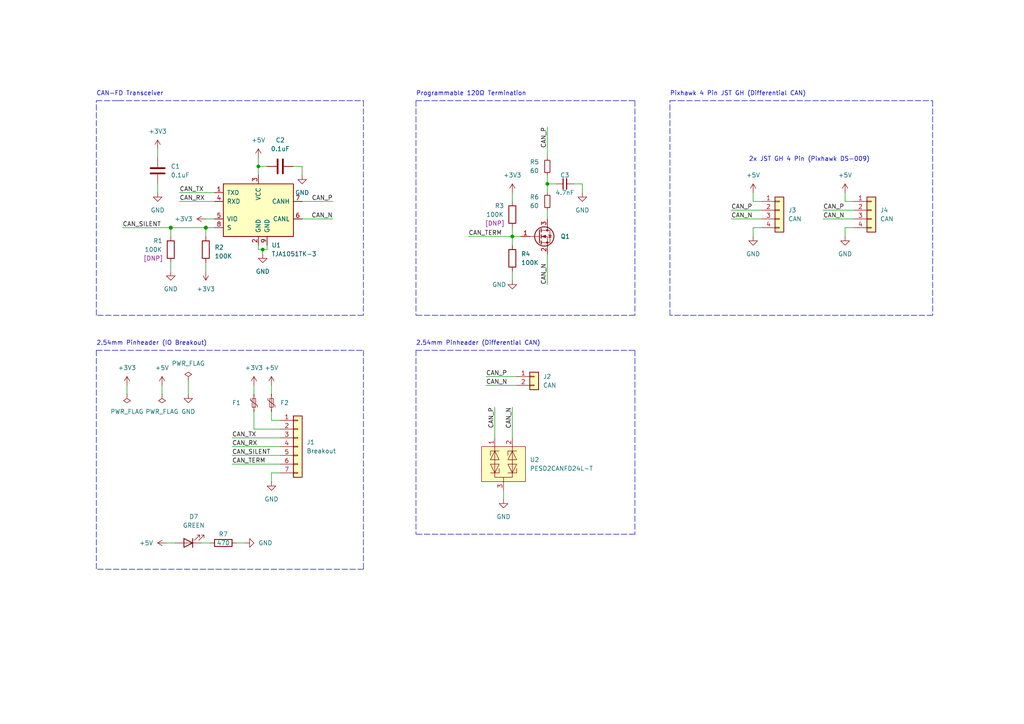
<source format=kicad_sch>
(kicad_sch (version 20211123) (generator eeschema)
  (paper "A4")
  (title_block (title "DS-009 CAN-FD Breakout Board") (date "2022-08-07") (rev "RC01") (company "Kalyan Sriram") (comment 1 "BRK-TJA1051TK") (comment 2 "NXP TJA1051TK/3 CAN-FD Transceiver") (comment 3 "DroneCAN") (comment 4 "Cyphal/CAN"))
  (lib_symbols
    (symbol "Connector_Generic:Conn_01x02" (pin_names (offset 1.016) hide)
      (property "Reference" "J" (at 0 2.54 0))
      (property "Value" "Conn_01x02" (at 0 -5.08 0))
      (symbol "Conn_01x02_1_1"
        (rectangle (start -1.27 -2.413) (end 0 -2.667) (stroke (width 0.1524)))
        (rectangle (start -1.27 0.127) (end 0 -0.127) (stroke (width 0.1524)))
        (rectangle (start -1.27 1.27) (end 1.27 -3.81) (stroke (width 0.254)) (fill (type background)))
        (pin passive line (at -5.08 0 0) (length 3.81) (name "Pin_1") (number "1"))
        (pin passive line (at -5.08 -2.54 0) (length 3.81) (name "Pin_2") (number "2"))
      )
    )
    (symbol "Connector_Generic:Conn_01x04" (pin_names (offset 1.016) hide)
      (property "Reference" "J" (at 0 5.08 0))
      (property "Value" "Conn_01x04" (at 0 -7.62 0))
      (symbol "Conn_01x04_1_1"
        (rectangle (start -1.27 -4.953) (end 0 -5.207) (stroke (width 0.1524)))
        (rectangle (start -1.27 -2.413) (end 0 -2.667) (stroke (width 0.1524)))
        (rectangle (start -1.27 0.127) (end 0 -0.127) (stroke (width 0.1524)))
        (rectangle (start -1.27 2.667) (end 0 2.413) (stroke (width 0.1524)))
        (rectangle (start -1.27 3.81) (end 1.27 -6.35) (stroke (width 0.254)) (fill (type background)))
        (pin passive line (at -5.08 2.54 0) (length 3.81) (name "Pin_1") (number "1"))
        (pin passive line (at -5.08 0 0) (length 3.81) (name "Pin_2") (number "2"))
        (pin passive line (at -5.08 -2.54 0) (length 3.81) (name "Pin_3") (number "3"))
        (pin passive line (at -5.08 -5.08 0) (length 3.81) (name "Pin_4") (number "4"))
      )
    )
    (symbol "Connector_Generic:Conn_01x07" (pin_names (offset 1.016) hide)
      (property "Reference" "J" (at 0 10.16 0))
      (property "Value" "Conn_01x07" (at 0 -10.16 0))
      (symbol "Conn_01x07_1_1"
        (rectangle (start -1.27 -7.493) (end 0 -7.747) (stroke (width 0.1524)))
        (rectangle (start -1.27 -4.953) (end 0 -5.207) (stroke (width 0.1524)))
        (rectangle (start -1.27 -2.413) (end 0 -2.667) (stroke (width 0.1524)))
        (rectangle (start -1.27 0.127) (end 0 -0.127) (stroke (width 0.1524)))
        (rectangle (start -1.27 2.667) (end 0 2.413) (stroke (width 0.1524)))
        (rectangle (start -1.27 5.207) (end 0 4.953) (stroke (width 0.1524)))
        (rectangle (start -1.27 7.747) (end 0 7.493) (stroke (width 0.1524)))
        (rectangle (start -1.27 8.89) (end 1.27 -8.89) (stroke (width 0.254)) (fill (type background)))
        (pin passive line (at -5.08 7.62 0) (length 3.81) (name "Pin_1") (number "1"))
        (pin passive line (at -5.08 5.08 0) (length 3.81) (name "Pin_2") (number "2"))
        (pin passive line (at -5.08 2.54 0) (length 3.81) (name "Pin_3") (number "3"))
        (pin passive line (at -5.08 0 0) (length 3.81) (name "Pin_4") (number "4"))
        (pin passive line (at -5.08 -2.54 0) (length 3.81) (name "Pin_5") (number "5"))
        (pin passive line (at -5.08 -5.08 0) (length 3.81) (name "Pin_6") (number "6"))
        (pin passive line (at -5.08 -7.62 0) (length 3.81) (name "Pin_7") (number "7"))
      )
    )
    (symbol "Device:C" (pin_numbers hide) (pin_names (offset 0.254))
      (property "Reference" "C" (at 0.635 2.54 0))
      (property "Value" "C" (at 0.635 -2.54 0))
      (symbol "C_0_1"
        (polyline (pts (xy -2.032 -0.762) (xy 2.032 -0.762)) (stroke (width 0.508)))
        (polyline (pts (xy -2.032 0.762) (xy 2.032 0.762)) (stroke (width 0.508)))
      )
      (symbol "C_1_1"
        (pin passive line (at 0 3.81 270) (length 2.794) (name "~") (number "1"))
        (pin passive line (at 0 -3.81 90) (length 2.794) (name "~") (number "2"))
      )
    )
    (symbol "Device:C_Small" (pin_numbers hide) (pin_names (offset 0.254) hide)
      (property "Reference" "C" (at 0.254 1.778 0))
      (property "Value" "C_Small" (at 0.254 -2.032 0))
      (symbol "C_Small_0_1"
        (polyline (pts (xy -1.524 -0.508) (xy 1.524 -0.508)) (stroke (width 0.3302)))
        (polyline (pts (xy -1.524 0.508) (xy 1.524 0.508)) (stroke (width 0.3048)))
      )
      (symbol "C_Small_1_1"
        (pin passive line (at 0 2.54 270) (length 2.032) (name "~") (number "1"))
        (pin passive line (at 0 -2.54 90) (length 2.032) (name "~") (number "2"))
      )
    )
    (symbol "Device:LED" (pin_numbers hide) (pin_names (offset 1.016) hide)
      (property "Reference" "D" (at 0 2.54 0))
      (property "Value" "LED" (at 0 -2.54 0))
      (symbol "LED_0_1"
        (polyline (pts (xy -1.27 -1.27) (xy -1.27 1.27)) (stroke (width 0.254)))
        (polyline (pts (xy -1.27 0) (xy 1.27 0)))
        (polyline (pts (xy 1.27 -1.27) (xy 1.27 1.27) (xy -1.27 0) (xy 1.27 -1.27)) (stroke (width 0.254)))
        (polyline (pts (xy -3.048 -0.762) (xy -4.572 -2.286) (xy -3.81 -2.286) (xy -4.572 -2.286) (xy -4.572 -1.524)))
        (polyline (pts (xy -1.778 -0.762) (xy -3.302 -2.286) (xy -2.54 -2.286) (xy -3.302 -2.286) (xy -3.302 -1.524)))
      )
      (symbol "LED_1_1"
        (pin passive line (at -3.81 0 0) (length 2.54) (name "K") (number "1"))
        (pin passive line (at 3.81 0 180) (length 2.54) (name "A") (number "2"))
      )
    )
    (symbol "Device:Polyfuse_Small" (pin_numbers hide) (pin_names (offset 0))
      (property "Reference" "F" (at -1.905 0 90))
      (property "Value" "Polyfuse_Small" (at 1.905 0 90))
      (symbol "Polyfuse_Small_0_1"
        (rectangle (start -0.508 1.27) (end 0.508 -1.27))
        (polyline (pts (xy 0 2.54) (xy 0 -2.54)))
        (polyline (pts (xy -1.016 1.27) (xy -1.016 0.762) (xy 1.016 -0.762) (xy 1.016 -1.27)))
      )
      (symbol "Polyfuse_Small_1_1"
        (pin passive line (at 0 2.54 270) (length 0.635) (name "~") (number "1"))
        (pin passive line (at 0 -2.54 90) (length 0.635) (name "~") (number "2"))
      )
    )
    (symbol "Device:Q_NMOS_GSD" (pin_names (offset 0) hide)
      (property "Reference" "Q" (at 5.08 1.27 0))
      (property "Value" "Q_NMOS_GSD" (at 5.08 -1.27 0))
      (symbol "Q_NMOS_GSD_0_1"
        (polyline (pts (xy 0.254 0) (xy -2.54 0)))
        (polyline (pts (xy 0.254 1.905) (xy 0.254 -1.905)) (stroke (width 0.254)))
        (polyline (pts (xy 0.762 -1.27) (xy 0.762 -2.286)) (stroke (width 0.254)))
        (polyline (pts (xy 0.762 0.508) (xy 0.762 -0.508)) (stroke (width 0.254)))
        (polyline (pts (xy 0.762 2.286) (xy 0.762 1.27)) (stroke (width 0.254)))
        (polyline (pts (xy 2.54 2.54) (xy 2.54 1.778)))
        (polyline (pts (xy 2.54 -2.54) (xy 2.54 0) (xy 0.762 0)))
        (polyline (pts (xy 0.762 -1.778) (xy 3.302 -1.778) (xy 3.302 1.778) (xy 0.762 1.778)))
        (polyline (pts (xy 1.016 0) (xy 2.032 0.381) (xy 2.032 -0.381) (xy 1.016 0)) (fill (type outline)))
        (polyline (pts (xy 2.794 0.508) (xy 2.921 0.381) (xy 3.683 0.381) (xy 3.81 0.254)))
        (polyline (pts (xy 3.302 0.381) (xy 2.921 -0.254) (xy 3.683 -0.254) (xy 3.302 0.381)))
        (circle (center 1.651 0) (radius 2.794) (stroke (width 0.254)))
        (circle (center 2.54 -1.778) (radius 0.254) (fill (type outline)))
        (circle (center 2.54 1.778) (radius 0.254) (fill (type outline)))
      )
      (symbol "Q_NMOS_GSD_1_1"
        (pin input line (at -5.08 0 0) (length 2.54) (name "G") (number "1"))
        (pin passive line (at 2.54 -5.08 90) (length 2.54) (name "S") (number "2"))
        (pin passive line (at 2.54 5.08 270) (length 2.54) (name "D") (number "3"))
      )
    )
    (symbol "Device:R" (pin_numbers hide) (pin_names (offset 0))
      (property "Reference" "R" (at 2.032 0 90))
      (property "Value" "R" (at 0 0 90))
      (symbol "R_0_1"
        (rectangle (start -1.016 -2.54) (end 1.016 2.54) (stroke (width 0.254)))
      )
      (symbol "R_1_1"
        (pin passive line (at 0 3.81 270) (length 1.27) (name "~") (number "1"))
        (pin passive line (at 0 -3.81 90) (length 1.27) (name "~") (number "2"))
      )
    )
    (symbol "Device:R_Small" (pin_numbers hide) (pin_names (offset 0.254) hide)
      (property "Reference" "R" (at 0.762 0.508 0))
      (property "Value" "R_Small" (at 0.762 -1.016 0))
      (symbol "R_Small_0_1"
        (rectangle (start -0.762 1.778) (end 0.762 -1.778) (stroke (width 0.2032)))
      )
      (symbol "R_Small_1_1"
        (pin passive line (at 0 2.54 270) (length 0.762) (name "~") (number "1"))
        (pin passive line (at 0 -2.54 90) (length 0.762) (name "~") (number "2"))
      )
    )
    (symbol "Interface_CAN_LIN:TJA1051TK-3" (pin_names (offset 1.016))
      (property "Reference" "U" (at -10.16 8.89 0))
      (property "Value" "TJA1051TK-3" (at 1.27 8.89 0))
      (symbol "TJA1051TK-3_0_1"
        (rectangle (start -10.16 7.62) (end 10.16 -7.62) (stroke (width 0.254)) (fill (type background)))
      )
      (symbol "TJA1051TK-3_1_1"
        (pin input line (at -12.7 5.08 0) (length 2.54) (name "TXD") (number "1"))
        (pin power_in line (at 0 -10.16 90) (length 2.54) (name "GND") (number "2"))
        (pin power_in line (at 0 10.16 270) (length 2.54) (name "VCC") (number "3"))
        (pin output line (at -12.7 2.54 0) (length 2.54) (name "RXD") (number "4"))
        (pin power_in line (at -12.7 -2.54 0) (length 2.54) (name "VIO") (number "5"))
        (pin bidirectional line (at 12.7 -2.54 180) (length 2.54) (name "CANL") (number "6"))
        (pin bidirectional line (at 12.7 2.54 180) (length 2.54) (name "CANH") (number "7"))
        (pin input line (at -12.7 -5.08 0) (length 2.54) (name "S") (number "8"))
        (pin power_in line (at 2.54 -10.16 90) (length 2.54) (name "GND") (number "9"))
      )
    )
    (symbol "PESD2CANFD:PESD2CANFD24L-T"
      (property "Reference" "U" (at 5.08 8.89 0))
      (property "Value" "PESD2CANFD24L-T" (at 12.7 6.35 0))
      (symbol "PESD2CANFD24L-T_0_1"
        (rectangle (start -6.35 5.08) (end 6.35 -5.08) (stroke (width 0.1524)) (fill (type background)))
        (polyline (pts (xy 0 -5.08) (xy 0 -3.81)) (stroke (width 0.1524)))
        (polyline (pts (xy -3.81 -2.54) (xy -1.27 -2.54) (xy -1.27 -1.27)) (stroke (width 0.1524)))
        (polyline (pts (xy -2.54 5.08) (xy -2.54 -3.81) (xy 0 -3.81)) (stroke (width 0.1524)))
        (polyline (pts (xy -1.27 3.81) (xy -3.81 3.81) (xy -3.81 2.54)) (stroke (width 0.1524)))
        (polyline (pts (xy 1.27 -2.54) (xy 3.81 -2.54) (xy 3.81 -1.27)) (stroke (width 0.1524)))
        (polyline (pts (xy 2.54 5.08) (xy 2.54 -3.81) (xy 0 -3.81)) (stroke (width 0.1524)))
        (polyline (pts (xy 3.81 3.81) (xy 1.27 3.81) (xy 1.27 2.54)) (stroke (width 0.1524)))
        (polyline (pts (xy -3.81 1.27) (xy -2.54 3.81) (xy -1.27 1.27) (xy -3.81 1.27)) (stroke (width 0.1524)))
        (polyline (pts (xy -1.27 0) (xy -2.54 -2.54) (xy -3.81 0) (xy -1.27 0)) (stroke (width 0.1524)))
        (polyline (pts (xy 1.27 1.27) (xy 2.54 3.81) (xy 3.81 1.27) (xy 1.27 1.27)) (stroke (width 0.1524)))
        (polyline (pts (xy 3.81 0) (xy 2.54 -2.54) (xy 1.27 0) (xy 3.81 0)) (stroke (width 0.1524)))
      )
      (symbol "PESD2CANFD24L-T_1_1"
        (pin bidirectional line (at -2.54 7.62 270) (length 2.54) (name "") (number "1"))
        (pin bidirectional line (at 2.54 7.62 270) (length 2.54) (name "") (number "2"))
        (pin power_in line (at 0 -7.62 90) (length 2.54) (name "") (number "3"))
      )
    )
    (symbol "power:+3V3" (power) (pin_names (offset 0))
      (property "Value" "+3V3" (at 0 3.556 0))
      (symbol "+3V3_0_1"
        (polyline (pts (xy -0.762 1.27) (xy 0 2.54)))
        (polyline (pts (xy 0 0) (xy 0 2.54)))
        (polyline (pts (xy 0 2.54) (xy 0.762 1.27)))
      )
      (symbol "+3V3_1_1"
        (pin power_in line (at 0 0 90) (length 0) hide (name "+3V3") (number "1"))
      )
    )
    (symbol "power:+5V" (power) (pin_names (offset 0))
      (property "Value" "+5V" (at 0 3.556 0))
      (symbol "+5V_0_1"
        (polyline (pts (xy -0.762 1.27) (xy 0 2.54)))
        (polyline (pts (xy 0 0) (xy 0 2.54)))
        (polyline (pts (xy 0 2.54) (xy 0.762 1.27)))
      )
      (symbol "+5V_1_1"
        (pin power_in line (at 0 0 90) (length 0) hide (name "+5V") (number "1"))
      )
    )
    (symbol "power:GND" (power) (pin_names (offset 0))
      (property "Value" "GND" (at 0 -3.81 0))
      (symbol "GND_0_1"
        (polyline (pts (xy 0 0) (xy 0 -1.27) (xy 1.27 -1.27) (xy 0 -2.54) (xy -1.27 -1.27) (xy 0 -1.27)))
      )
      (symbol "GND_1_1"
        (pin power_in line (at 0 0 270) (length 0) hide (name "GND") (number "1"))
      )
    )
    (symbol "power:PWR_FLAG" (power) (pin_numbers hide) (pin_names (offset 0) hide)
      (property "Value" "PWR_FLAG" (at 0 3.81 0))
      (symbol "PWR_FLAG_0_0"
        (pin power_out line (at 0 0 90) (length 0) (name "pwr") (number "1"))
      )
      (symbol "PWR_FLAG_0_1"
        (polyline (pts (xy 0 0) (xy 0 1.27) (xy -1.016 1.905) (xy 0 2.54) (xy 1.016 1.905) (xy 0 1.27)))
      )
    )
  )
  (junction (at 74.93 48.26))
  (junction (at 59.69 66.04) (diameter 1.016))
  (junction (at 158.75 53.34))
  (junction (at 76.2 72.39))
  (junction (at 148.59 68.58))
  (junction (at 49.53 66.04) (diameter 1.016))
  (wire (pts (xy 45.72 53.34) (xy 45.72 55.88)))
  (polyline (pts (xy 194.31 29.21) (xy 196.85 29.21)))
  (wire (pts (xy 158.75 53.34) (xy 161.29 53.34)))
  (wire (pts (xy 74.93 48.26) (xy 77.47 48.26)))
  (wire (pts (xy 58.42 157.48) (xy 60.96 157.48)))
  (wire (pts (xy 59.69 63.5) (xy 62.23 63.5)))
  (wire (pts (xy 36.83 111.76) (xy 36.83 114.3)))
  (polyline (pts (xy 105.41 165.1) (xy 27.94 165.1)))
  (wire (pts (xy 158.75 36.83) (xy 158.75 45.72)))
  (wire (pts (xy 48.26 157.48) (xy 50.8 157.48)))
  (wire (pts (xy 52.07 58.42) (xy 62.23 58.42)))
  (wire (pts (xy 74.93 72.39) (xy 76.2 72.39)))
  (wire (pts (xy 45.72 43.18) (xy 45.72 45.72)))
  (wire (pts (xy 245.11 58.42) (xy 247.65 58.42)))
  (wire (pts (xy 59.69 68.58) (xy 59.69 66.04)))
  (wire (pts (xy 59.69 76.2) (xy 59.69 78.74)))
  (wire (pts (xy 238.76 63.5) (xy 247.65 63.5)))
  (wire (pts (xy 148.59 118.11) (xy 148.59 127)))
  (wire (pts (xy 87.63 63.5) (xy 96.52 63.5)))
  (polyline (pts (xy 34.29 29.21) (xy 105.41 29.21)))
  (wire (pts (xy 218.44 66.04) (xy 220.98 66.04)))
  (wire (pts (xy 54.61 110.49) (xy 54.61 114.3)))
  (wire (pts (xy 218.44 68.58) (xy 218.44 66.04)))
  (wire (pts (xy 74.93 48.26) (xy 74.93 50.8)))
  (wire (pts (xy 67.31 132.08) (xy 81.28 132.08)))
  (wire (pts (xy 218.44 55.88) (xy 218.44 58.42)))
  (polyline (pts (xy 27.94 101.6) (xy 27.94 165.1)))
  (wire (pts (xy 76.2 72.39) (xy 76.2 73.66)))
  (polyline (pts (xy 194.31 91.44) (xy 194.31 29.21)))
  (polyline (pts (xy 270.51 91.44) (xy 194.31 91.44)))
  (wire (pts (xy 158.75 73.66) (xy 158.75 82.55)))
  (wire (pts (xy 78.74 119.38) (xy 78.74 121.92)))
  (wire (pts (xy 238.76 60.96) (xy 247.65 60.96)))
  (polyline (pts (xy 184.15 154.94) (xy 120.65 154.94)))
  (wire (pts (xy 140.97 111.76) (xy 149.86 111.76)))
  (wire (pts (xy 148.59 68.58) (xy 148.59 71.12)))
  (wire (pts (xy 87.63 50.8) (xy 87.63 48.26)))
  (polyline (pts (xy 105.41 91.44) (xy 27.94 91.44)))
  (wire (pts (xy 74.93 71.12) (xy 74.93 72.39)))
  (wire (pts (xy 73.66 111.76) (xy 73.66 114.3)))
  (polyline (pts (xy 120.65 101.6) (xy 184.15 101.6)))
  (wire (pts (xy 78.74 137.16) (xy 78.74 139.7)))
  (wire (pts (xy 78.74 111.76) (xy 78.74 114.3)))
  (polyline (pts (xy 105.41 29.21) (xy 105.41 91.44)))
  (wire (pts (xy 140.97 109.22) (xy 149.86 109.22)))
  (polyline (pts (xy 184.15 91.44) (xy 120.65 91.44)))
  (wire (pts (xy 81.28 124.46) (xy 73.66 124.46)))
  (wire (pts (xy 78.74 121.92) (xy 81.28 121.92)))
  (polyline (pts (xy 270.51 29.21) (xy 270.51 91.44)))
  (wire (pts (xy 148.59 55.88) (xy 148.59 58.42)))
  (wire (pts (xy 67.31 129.54) (xy 81.28 129.54)))
  (wire (pts (xy 218.44 58.42) (xy 220.98 58.42)))
  (wire (pts (xy 35.56 66.04) (xy 49.53 66.04)))
  (wire (pts (xy 212.09 60.96) (xy 220.98 60.96)))
  (wire (pts (xy 46.99 111.76) (xy 46.99 114.3)))
  (wire (pts (xy 87.63 48.26) (xy 85.09 48.26)))
  (wire (pts (xy 168.91 53.34) (xy 168.91 55.88)))
  (polyline (pts (xy 120.65 29.21) (xy 184.15 29.21)))
  (polyline (pts (xy 184.15 29.21) (xy 184.15 91.44)))
  (wire (pts (xy 67.31 134.62) (xy 81.28 134.62)))
  (wire (pts (xy 68.58 157.48) (xy 71.12 157.48)))
  (wire (pts (xy 212.09 63.5) (xy 220.98 63.5)))
  (wire (pts (xy 158.75 50.8) (xy 158.75 53.34)))
  (wire (pts (xy 146.05 142.24) (xy 146.05 144.78)))
  (wire (pts (xy 245.11 55.88) (xy 245.11 58.42)))
  (wire (pts (xy 245.11 66.04) (xy 247.65 66.04)))
  (wire (pts (xy 81.28 137.16) (xy 78.74 137.16)))
  (polyline (pts (xy 184.15 101.6) (xy 184.15 154.94)))
  (wire (pts (xy 158.75 53.34) (xy 158.75 55.88)))
  (wire (pts (xy 52.07 55.88) (xy 62.23 55.88)))
  (polyline (pts (xy 27.94 101.6) (xy 105.41 101.6)))
  (wire (pts (xy 135.89 68.58) (xy 148.59 68.58)))
  (polyline (pts (xy 196.85 29.21) (xy 270.51 29.21)))
  (wire (pts (xy 67.31 127) (xy 81.28 127)))
  (wire (pts (xy 76.2 72.39) (xy 77.47 72.39)))
  (wire (pts (xy 148.59 66.04) (xy 148.59 68.58)))
  (polyline (pts (xy 27.94 29.21) (xy 34.29 29.21)))
  (wire (pts (xy 148.59 78.74) (xy 148.59 81.28)))
  (polyline (pts (xy 120.65 29.21) (xy 120.65 91.44)))
  (wire (pts (xy 49.53 76.2) (xy 49.53 78.74)))
  (wire (pts (xy 49.53 66.04) (xy 59.69 66.04)))
  (wire (pts (xy 59.69 66.04) (xy 62.23 66.04)))
  (polyline (pts (xy 120.65 101.6) (xy 120.65 154.94)))
  (wire (pts (xy 158.75 60.96) (xy 158.75 63.5)))
  (wire (pts (xy 77.47 72.39) (xy 77.47 71.12)))
  (wire (pts (xy 87.63 58.42) (xy 96.52 58.42)))
  (wire (pts (xy 166.37 53.34) (xy 168.91 53.34)))
  (polyline (pts (xy 105.41 101.6) (xy 105.41 165.1)))
  (wire (pts (xy 49.53 66.04) (xy 49.53 68.58)))
  (wire (pts (xy 143.51 118.11) (xy 143.51 127)))
  (wire (pts (xy 74.93 45.72) (xy 74.93 48.26)))
  (wire (pts (xy 245.11 68.58) (xy 245.11 66.04)))
  (wire (pts (xy 148.59 68.58) (xy 151.13 68.58)))
  (polyline (pts (xy 27.94 91.44) (xy 27.94 29.21)))
  (wire (pts (xy 73.66 124.46) (xy 73.66 119.38)))
  (text "2.54mm Pinheader (Differential CAN)" (at 120.65 100.33 0) (effects (font (size 1.27 1.27)) (justify left bottom)))
  (text "Pixhawk 4 Pin JST GH (Differential CAN)" (at 194.31 27.94 0) (effects (font (size 1.27 1.27)) (justify left bottom)))
  (text "Programmable 120Ω Termination" (at 120.65 27.94 0) (effects (font (size 1.27 1.27)) (justify left bottom)))
  (text "2x JST GH 4 Pin (Pixhawk DS-009)" (at 217.17 46.99 0) (effects (font (size 1.27 1.27)) (justify left bottom)))
  (text "CAN-FD Transceiver" (at 27.94 27.94 0) (effects (font (size 1.27 1.27)) (justify left bottom)))
  (text "2.54mm Pinheader (IO Breakout)" (at 27.94 100.33 0) (effects (font (size 1.27 1.27)) (justify left bottom)))
  (label "CAN_RX" (at 52.07 58.42 0))
  (label "CAN_SILENT" (at 35.56 66.04 0))
  (label "CAN_N" (at 148.59 118.11 270))
  (label "CAN_P" (at 140.97 109.22 0))
  (label "CAN_TX" (at 67.31 127 0))
  (label "CAN_N" (at 140.97 111.76 0))
  (label "CAN_TERM" (at 135.89 68.58 0))
  (label "CAN_N" (at 96.52 63.5 180))
  (label "CAN_P" (at 143.51 118.11 270))
  (label "CAN_N" (at 238.76 63.5 0))
  (label "CAN_P" (at 238.76 60.96 0))
  (label "CAN_P" (at 96.52 58.42 180))
  (label "CAN_SILENT" (at 67.31 132.08 0))
  (label "CAN_TX" (at 52.07 55.88 0))
  (label "CAN_N" (at 212.09 63.5 0))
  (label "CAN_P" (at 212.09 60.96 0))
  (label "CAN_N" (at 158.75 82.55 90))
  (label "CAN_RX" (at 67.31 129.54 0))
  (label "CAN_TERM" (at 67.31 134.62 0))
  (label "CAN_P" (at 158.75 36.83 270))
  (symbol (lib_id "power:+5V") (at 78.74 111.76 0) (unit 1)
    (property "Reference" "#PWR03" (effects hide))
    (property "Value" "+5V" (at 78.74 106.68 0))
  )
  (symbol (lib_id "power:+3V3") (at 45.72 43.18 0) (unit 1)
    (property "Reference" "#PWR05" (effects hide))
    (property "Value" "+3V3" (at 45.72 38.1 0))
  )
  (symbol (lib_id "Device:Q_NMOS_GSD") (at 156.21 68.58 0) (unit 1)
    (property "Reference" "Q1" (at 162.56 68.5799 0) (effects (justify left)))
    (property "Value" "Q_NMOS_GSD" (effects hide))
    (property "Footprint" "Package_TO_SOT_SMD:SOT-23" (effects hide))
    (property "LCSC" "C8545" (effects hide))
  )
  (symbol (lib_id "power:+5V") (at 218.44 55.88 0) (unit 1)
    (property "Reference" "#PWR016" (effects hide))
    (property "Value" "+5V" (at 218.44 50.8 0))
  )
  (symbol (lib_id "Device:Polyfuse_Small") (at 78.74 116.84 0) (unit 1)
    (property "Reference" "F2" (at 81.28 116.8399 0) (effects (justify left)))
    (property "Value" "Polyfuse_Small" (effects hide))
    (property "Footprint" "Fuse:Fuse_0805_2012Metric" (effects hide))
    (property "LCSC" "C341812" (effects hide))
  )
  (symbol (lib_id "power:+5V") (at 48.26 157.48 90) (unit 1)
    (property "Reference" "#PWR022" (effects hide))
    (property "Value" "+5V" (at 44.45 157.4799 90) (effects (justify left)))
  )
  (symbol (lib_id "Device:LED") (at 54.61 157.48 180) (unit 1)
    (property "Reference" "D7" (at 56.1975 149.86 0))
    (property "Value" "GREEN" (at 56.1975 152.4 0))
    (property "Footprint" "LED_SMD:LED_0603_1608Metric" (effects hide))
    (property "LCSC" "C72043" (effects hide))
  )
  (symbol (lib_id "Device:C") (at 45.72 49.53 0) (unit 1)
    (property "Reference" "C1" (at 49.53 48.2599 0) (effects (justify left)))
    (property "Value" "0.1uF" (at 49.53 50.7999 0) (effects (justify left)))
    (property "Footprint" "Capacitor_SMD:C_0402_1005Metric" (effects hide))
    (property "LCSC" "C1525" (effects hide))
  )
  (symbol (lib_id "power:+3V3") (at 59.69 63.5 90) (unit 1)
    (property "Reference" "#PWR08" (effects hide))
    (property "Value" "+3V3" (at 55.88 63.4999 90) (effects (justify left)))
  )
  (symbol (lib_id "Device:R") (at 148.59 74.93 0) (unit 1)
    (property "Reference" "R4" (at 151.13 73.6599 0) (effects (justify left)))
    (property "Value" "100K" (at 151.13 76.1999 0) (effects (justify left)))
    (property "Footprint" "Resistor_SMD:R_0402_1005Metric" (effects hide))
    (property "LCSC" "C25741" (effects hide))
  )
  (symbol (lib_id "Device:R") (at 148.59 62.23 0) (unit 1)
    (property "Reference" "R3" (at 143.51 59.69 0) (effects (justify left)))
    (property "Value" "100K" (at 140.97 62.23 0) (effects (justify left)))
    (property "Footprint" "Resistor_SMD:R_0402_1005Metric" (effects hide))
    (property "DNP" "[DNP]" (at 143.51 64.77 0))
    (property "LCSC" "C25741" (effects hide))
  )
  (symbol (lib_id "Device:C_Small") (at 163.83 53.34 90) (unit 1)
    (property "Reference" "C3" (at 163.83 50.8 90))
    (property "Value" "4.7nF" (at 163.83 55.88 90))
    (property "Footprint" "Capacitor_SMD:C_0402_1005Metric" (effects hide))
    (property "LCSC" "C1538" (effects hide))
  )
  (symbol (lib_id "power:+5V") (at 245.11 55.88 0) (unit 1)
    (property "Reference" "#PWR018" (effects hide))
    (property "Value" "+5V" (at 245.11 50.8 0))
  )
  (symbol (lib_id "Device:R_Small") (at 158.75 58.42 0) (unit 1)
    (property "Reference" "R6" (at 153.67 57.15 0) (effects (justify left)))
    (property "Value" "60" (at 153.67 59.69 0) (effects (justify left)))
    (property "Footprint" "Resistor_SMD:R_0402_1005Metric" (effects hide))
    (property "LCSC" "C2960873" (effects hide))
  )
  (symbol (lib_id "power:GND") (at 76.2 73.66 0) (unit 1)
    (property "Reference" "#PWR013" (effects hide))
    (property "Value" "GND" (at 76.2 78.74 0))
  )
  (symbol (lib_id "Connector_Generic:Conn_01x02") (at 154.94 109.22 0) (unit 1)
    (property "Reference" "J2" (at 157.48 109.2199 0) (effects (justify left)))
    (property "Value" "CAN" (at 157.48 111.7599 0) (effects (justify left)))
    (property "Footprint" "Connector_PinHeader_2.54mm:PinHeader_1x02_P2.54mm_Vertical" (effects hide))
  )
  (symbol (lib_id "power:PWR_FLAG") (at 36.83 114.3 180) (unit 1)
    (property "Reference" "#FLG01" (effects hide))
    (property "Value" "PWR_FLAG" (at 36.83 119.38 0))
  )
  (symbol (lib_id "power:+3V3") (at 36.83 111.76 0) (unit 1)
    (property "Reference" "#PWR020" (effects hide))
    (property "Value" "+3V3" (at 36.83 106.68 0))
  )
  (symbol (lib_id "power:GND") (at 54.61 114.3 0) (unit 1)
    (property "Reference" "#PWR025" (effects hide))
    (property "Value" "GND" (at 54.61 119.38 0))
  )
  (symbol (lib_id "Connector_Generic:Conn_01x04") (at 252.73 60.96 0) (unit 1)
    (property "Reference" "J4" (at 255.27 60.9599 0) (effects (justify left)))
    (property "Value" "CAN" (at 255.27 63.4999 0) (effects (justify left)))
    (property "Footprint" "Connector_JST:JST_GH_SM04B-GHS-TB_1x04-1MP_P1.25mm_Horizontal" (effects hide))
    (property "LCSC" "C189895" (effects hide))
  )
  (symbol (lib_id "power:GND") (at 87.63 50.8 0) (unit 1)
    (property "Reference" "#PWR014" (effects hide))
    (property "Value" "GND" (at 87.63 55.88 0))
  )
  (symbol (lib_id "Device:R") (at 64.77 157.48 90) (unit 1)
    (property "Reference" "R7" (at 64.77 154.94 90))
    (property "Value" "470" (at 64.77 157.48 90))
    (property "Footprint" "Resistor_SMD:R_0402_1005Metric" (effects hide))
    (property "LCSC" "C25117" (effects hide))
  )
  (symbol (lib_id "Device:C") (at 81.28 48.26 90) (unit 1)
    (property "Reference" "C2" (at 81.28 40.64 90))
    (property "Value" "0.1uF" (at 81.28 43.18 90))
    (property "Footprint" "Capacitor_SMD:C_0402_1005Metric" (effects hide))
    (property "LCSC" "C1525" (effects hide))
  )
  (symbol (lib_id "power:GND") (at 45.72 55.88 0) (unit 1)
    (property "Reference" "#PWR06" (effects hide))
    (property "Value" "GND" (at 45.72 60.96 0))
  )
  (symbol (lib_id "power:GND") (at 71.12 157.48 90) (unit 1)
    (property "Reference" "#PWR023" (effects hide))
    (property "Value" "GND" (at 74.93 157.4799 90) (effects (justify right)))
  )
  (symbol (lib_id "power:+3V3") (at 73.66 111.76 0) (unit 1)
    (property "Reference" "#PWR02" (effects hide))
    (property "Value" "+3V3" (at 73.66 106.68 0))
  )
  (symbol (lib_id "Interface_CAN_LIN:TJA1051TK-3") (at 74.93 60.96 0) (unit 1)
    (property "Reference" "U1" (at 78.74 71.12 0) (effects (justify left)))
    (property "Value" "TJA1051TK-3" (at 78.74 73.66 0) (effects (justify left)))
    (property "Footprint" "Package_DFN_QFN:DFN-8-1EP_3x3mm_P0.65mm_EP1.55x2.4mm" (effects hide))
    (property "Datasheet" "http://www.nxp.com/documents/data_sheet/TJA1051.pdf" (effects hide))
    (property "LCSC" "C124020" (effects hide))
  )
  (symbol (lib_id "Connector_Generic:Conn_01x04") (at 226.06 60.96 0) (unit 1)
    (property "Reference" "J3" (at 228.6 60.9599 0) (effects (justify left)))
    (property "Value" "CAN" (at 228.6 63.4999 0) (effects (justify left)))
    (property "Footprint" "Connector_JST:JST_GH_SM04B-GHS-TB_1x04-1MP_P1.25mm_Horizontal" (effects hide))
    (property "LCSC" "C189895" (effects hide))
  )
  (symbol (lib_id "power:GND") (at 78.74 139.7 0) (unit 1)
    (property "Reference" "#PWR04" (effects hide))
    (property "Value" "GND" (at 78.74 144.78 0))
  )
  (symbol (lib_id "power:PWR_FLAG") (at 46.99 114.3 180) (unit 1)
    (property "Reference" "#FLG02" (effects hide))
    (property "Value" "PWR_FLAG" (at 46.99 119.38 0))
  )
  (symbol (lib_id "Device:R_Small") (at 158.75 48.26 0) (unit 1)
    (property "Reference" "R5" (at 153.67 46.99 0) (effects (justify left)))
    (property "Value" "60" (at 153.67 49.53 0) (effects (justify left)))
    (property "Footprint" "Resistor_SMD:R_0402_1005Metric" (effects hide))
    (property "LCSC" "C2960873" (effects hide))
  )
  (symbol (lib_id "Device:R") (at 49.53 72.39 0) (unit 1)
    (property "Reference" "R1" (at 44.45 69.85 0) (effects (justify left)))
    (property "Value" "100K" (at 41.91 72.39 0) (effects (justify left)))
    (property "Footprint" "Resistor_SMD:R_0402_1005Metric" (effects hide))
    (property "DNP" "[DNP]" (at 44.45 74.93 0))
    (property "LCSC" "C25741" (effects hide))
  )
  (symbol (lib_id "power:GND") (at 148.59 81.28 0) (unit 1)
    (property "Reference" "#PWR011" (effects hide))
    (property "Value" "GND" (at 144.78 82.55 0))
  )
  (symbol (lib_id "power:GND") (at 49.53 78.74 0) (unit 1)
    (property "Reference" "#PWR07" (effects hide))
    (property "Value" "GND" (at 49.53 83.82 0))
  )
  (symbol (lib_id "power:+3V3") (at 59.69 78.74 180) (unit 1)
    (property "Reference" "#PWR09" (effects hide))
    (property "Value" "+3V3" (at 59.69 83.82 0))
  )
  (symbol (lib_id "Device:Polyfuse_Small") (at 73.66 116.84 0) (unit 1)
    (property "Reference" "F1" (at 67.31 116.84 0) (effects (justify left)))
    (property "Value" "Polyfuse_Small" (effects hide))
    (property "Footprint" "Fuse:Fuse_0805_2012Metric" (effects hide))
    (property "LCSC" "C341812" (effects hide))
  )
  (symbol (lib_id "power:GND") (at 168.91 55.88 0) (unit 1)
    (property "Reference" "#PWR015" (effects hide))
    (property "Value" "GND" (at 168.91 60.96 0))
  )
  (symbol (lib_id "power:GND") (at 245.11 68.58 0) (unit 1)
    (property "Reference" "#PWR019" (effects hide))
    (property "Value" "GND" (at 245.11 73.66 0))
  )
  (symbol (lib_id "power:+5V") (at 74.93 45.72 0) (unit 1)
    (property "Reference" "#PWR012" (effects hide))
    (property "Value" "+5V" (at 74.93 40.64 0))
  )
  (symbol (lib_id "power:PWR_FLAG") (at 54.61 110.49 0) (unit 1)
    (property "Reference" "#FLG03" (effects hide))
    (property "Value" "PWR_FLAG" (at 54.61 105.41 0))
  )
  (symbol (lib_id "power:+3V3") (at 148.59 55.88 0) (unit 1)
    (property "Reference" "#PWR010" (effects hide))
    (property "Value" "+3V3" (at 148.59 50.8 0))
  )
  (symbol (lib_id "PESD2CANFD:PESD2CANFD24L-T") (at 146.05 134.62 0) (unit 1)
    (property "Reference" "U2" (at 153.67 133.3499 0) (effects (justify left)))
    (property "Value" "PESD2CANFD24L-T" (at 153.67 135.8899 0) (effects (justify left)))
    (property "Footprint" "Package_TO_SOT_SMD:SOT-23" (effects hide))
    (property "LCSC" "C2687131" (effects hide))
  )
  (symbol (lib_id "power:GND") (at 146.05 144.78 0) (unit 1)
    (property "Reference" "#PWR024" (effects hide))
    (property "Value" "GND" (at 146.05 149.86 0))
  )
  (symbol (lib_id "power:+5V") (at 46.99 111.76 0) (unit 1)
    (property "Reference" "#PWR021" (effects hide))
    (property "Value" "+5V" (at 46.99 106.68 0))
  )
  (symbol (lib_id "power:GND") (at 218.44 68.58 0) (unit 1)
    (property "Reference" "#PWR017" (effects hide))
    (property "Value" "GND" (at 218.44 73.66 0))
  )
  (symbol (lib_id "Connector_Generic:Conn_01x07") (at 86.36 129.54 0) (unit 1)
    (property "Reference" "J1" (at 88.9 128.2699 0) (effects (justify left)))
    (property "Value" "Breakout" (at 88.9 130.8099 0) (effects (justify left)))
    (property "Footprint" "Connector_PinHeader_2.54mm:PinHeader_1x07_P2.54mm_Vertical" (effects hide))
  )
  (symbol (lib_id "Device:R") (at 59.69 72.39 0) (unit 1)
    (property "Reference" "R2" (at 62.23 71.7549 0) (effects (justify left)))
    (property "Value" "100K" (at 62.23 74.2949 0) (effects (justify left)))
    (property "Footprint" "Resistor_SMD:R_0402_1005Metric" (effects hide))
    (property "LCSC" "C25741" (effects hide))
  )
)
</source>
